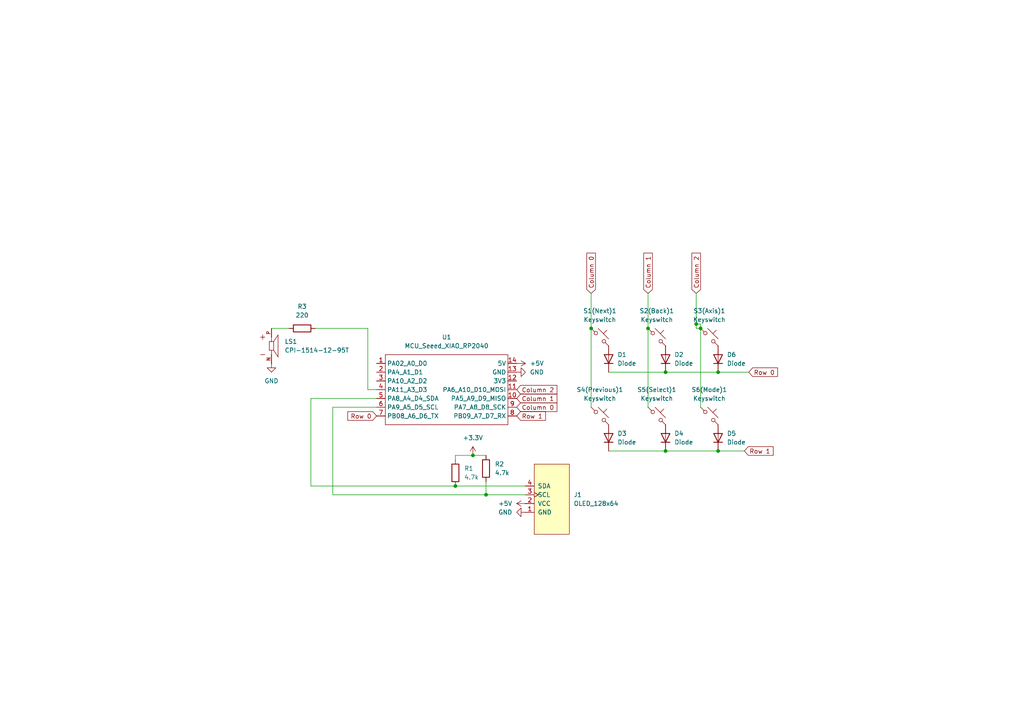
<source format=kicad_sch>
(kicad_sch
	(version 20231120)
	(generator "eeschema")
	(generator_version "8.0")
	(uuid "830cb3d9-c537-4d36-8e11-ad61ee195e78")
	(paper "A4")
	(lib_symbols
		(symbol "CPI-1514-12-95T:CPI-1514-12-95T"
			(pin_names
				(offset 1.016)
			)
			(exclude_from_sim no)
			(in_bom yes)
			(on_board yes)
			(property "Reference" "LS"
				(at -3.8237 8.922 0)
				(effects
					(font
						(size 1.27 1.27)
					)
					(justify left bottom)
				)
			)
			(property "Value" "CPI-1514-12-95T"
				(at -3.8225 -11.4677 0)
				(effects
					(font
						(size 1.27 1.27)
					)
					(justify left bottom)
				)
			)
			(property "Footprint" "CPI-1514-12-95T:XDCR_CPI-1514-12-95T"
				(at 0 0 0)
				(effects
					(font
						(size 1.27 1.27)
					)
					(justify bottom)
					(hide yes)
				)
			)
			(property "Datasheet" ""
				(at 0 0 0)
				(effects
					(font
						(size 1.27 1.27)
					)
					(hide yes)
				)
			)
			(property "Description" ""
				(at 0 0 0)
				(effects
					(font
						(size 1.27 1.27)
					)
					(hide yes)
				)
			)
			(property "MF" "Same Sky"
				(at 0 0 0)
				(effects
					(font
						(size 1.27 1.27)
					)
					(justify bottom)
					(hide yes)
				)
			)
			(property "MAXIMUM_PACKAGE_HEIGHT" "14.3mm"
				(at 0 0 0)
				(effects
					(font
						(size 1.27 1.27)
					)
					(justify bottom)
					(hide yes)
				)
			)
			(property "Package" "None"
				(at 0 0 0)
				(effects
					(font
						(size 1.27 1.27)
					)
					(justify bottom)
					(hide yes)
				)
			)
			(property "Price" "None"
				(at 0 0 0)
				(effects
					(font
						(size 1.27 1.27)
					)
					(justify bottom)
					(hide yes)
				)
			)
			(property "Check_prices" "https://www.snapeda.com/parts/CPI-1514-12-95T/Same+Sky/view-part/?ref=eda"
				(at 0 0 0)
				(effects
					(font
						(size 1.27 1.27)
					)
					(justify bottom)
					(hide yes)
				)
			)
			(property "STANDARD" "Manufacturer Recommendations"
				(at 0 0 0)
				(effects
					(font
						(size 1.27 1.27)
					)
					(justify bottom)
					(hide yes)
				)
			)
			(property "PARTREV" "1.0"
				(at 0 0 0)
				(effects
					(font
						(size 1.27 1.27)
					)
					(justify bottom)
					(hide yes)
				)
			)
			(property "SnapEDA_Link" "https://www.snapeda.com/parts/CPI-1514-12-95T/Same+Sky/view-part/?ref=snap"
				(at 0 0 0)
				(effects
					(font
						(size 1.27 1.27)
					)
					(justify bottom)
					(hide yes)
				)
			)
			(property "MP" "CPI-1514-12-95T"
				(at 0 0 0)
				(effects
					(font
						(size 1.27 1.27)
					)
					(justify bottom)
					(hide yes)
				)
			)
			(property "Description_1" "\n                        \n                            15.4 mm, 12 Vdc, 95 dB, Through Hole, Piezo Audio Indicator Buzzer\n                        \n"
				(at 0 0 0)
				(effects
					(font
						(size 1.27 1.27)
					)
					(justify bottom)
					(hide yes)
				)
			)
			(property "Availability" "In Stock"
				(at 0 0 0)
				(effects
					(font
						(size 1.27 1.27)
					)
					(justify bottom)
					(hide yes)
				)
			)
			(property "MANUFACTURER" "CUI Devices"
				(at 0 0 0)
				(effects
					(font
						(size 1.27 1.27)
					)
					(justify bottom)
					(hide yes)
				)
			)
			(symbol "CPI-1514-12-95T_0_0"
				(polyline
					(pts
						(xy -3.175 -2.54) (xy -1.905 -2.54)
					)
					(stroke
						(width 0.1524)
						(type default)
					)
					(fill
						(type none)
					)
				)
				(polyline
					(pts
						(xy -3.175 2.54) (xy -1.905 2.54)
					)
					(stroke
						(width 0.1524)
						(type default)
					)
					(fill
						(type none)
					)
				)
				(polyline
					(pts
						(xy -2.54 3.175) (xy -2.54 1.905)
					)
					(stroke
						(width 0.1524)
						(type default)
					)
					(fill
						(type none)
					)
				)
				(polyline
					(pts
						(xy -0.635 -1.27) (xy -0.635 1.27)
					)
					(stroke
						(width 0.1524)
						(type default)
					)
					(fill
						(type none)
					)
				)
				(polyline
					(pts
						(xy -0.635 1.27) (xy 0 1.27)
					)
					(stroke
						(width 0.1524)
						(type default)
					)
					(fill
						(type none)
					)
				)
				(polyline
					(pts
						(xy 0 -1.27) (xy -0.635 -1.27)
					)
					(stroke
						(width 0.1524)
						(type default)
					)
					(fill
						(type none)
					)
				)
				(polyline
					(pts
						(xy 0 -1.27) (xy 0 -2.54)
					)
					(stroke
						(width 0.1524)
						(type default)
					)
					(fill
						(type none)
					)
				)
				(polyline
					(pts
						(xy 0 1.27) (xy 0 2.54)
					)
					(stroke
						(width 0.1524)
						(type default)
					)
					(fill
						(type none)
					)
				)
				(polyline
					(pts
						(xy 0 1.27) (xy 0.635 1.27)
					)
					(stroke
						(width 0.1524)
						(type default)
					)
					(fill
						(type none)
					)
				)
				(polyline
					(pts
						(xy 0.635 -1.27) (xy 0 -1.27)
					)
					(stroke
						(width 0.1524)
						(type default)
					)
					(fill
						(type none)
					)
				)
				(polyline
					(pts
						(xy 0.635 1.27) (xy 0.635 -1.27)
					)
					(stroke
						(width 0.1524)
						(type default)
					)
					(fill
						(type none)
					)
				)
				(polyline
					(pts
						(xy 0.635 1.27) (xy 1.905 3.175)
					)
					(stroke
						(width 0.1524)
						(type default)
					)
					(fill
						(type none)
					)
				)
				(polyline
					(pts
						(xy 1.905 -3.175) (xy 0.635 -1.27)
					)
					(stroke
						(width 0.1524)
						(type default)
					)
					(fill
						(type none)
					)
				)
				(polyline
					(pts
						(xy 1.905 3.175) (xy 1.905 -3.175)
					)
					(stroke
						(width 0.1524)
						(type default)
					)
					(fill
						(type none)
					)
				)
				(pin passive line
					(at 0 -5.08 90)
					(length 2.54)
					(name "~"
						(effects
							(font
								(size 1.016 1.016)
							)
						)
					)
					(number "N"
						(effects
							(font
								(size 1.016 1.016)
							)
						)
					)
				)
				(pin passive line
					(at 0 5.08 270)
					(length 2.54)
					(name "~"
						(effects
							(font
								(size 1.016 1.016)
							)
						)
					)
					(number "P"
						(effects
							(font
								(size 1.016 1.016)
							)
						)
					)
				)
			)
		)
		(symbol "Device:R"
			(pin_numbers hide)
			(pin_names
				(offset 0)
			)
			(exclude_from_sim no)
			(in_bom yes)
			(on_board yes)
			(property "Reference" "R"
				(at 2.032 0 90)
				(effects
					(font
						(size 1.27 1.27)
					)
				)
			)
			(property "Value" "R"
				(at 0 0 90)
				(effects
					(font
						(size 1.27 1.27)
					)
				)
			)
			(property "Footprint" ""
				(at -1.778 0 90)
				(effects
					(font
						(size 1.27 1.27)
					)
					(hide yes)
				)
			)
			(property "Datasheet" "~"
				(at 0 0 0)
				(effects
					(font
						(size 1.27 1.27)
					)
					(hide yes)
				)
			)
			(property "Description" "Resistor"
				(at 0 0 0)
				(effects
					(font
						(size 1.27 1.27)
					)
					(hide yes)
				)
			)
			(property "ki_keywords" "R res resistor"
				(at 0 0 0)
				(effects
					(font
						(size 1.27 1.27)
					)
					(hide yes)
				)
			)
			(property "ki_fp_filters" "R_*"
				(at 0 0 0)
				(effects
					(font
						(size 1.27 1.27)
					)
					(hide yes)
				)
			)
			(symbol "R_0_1"
				(rectangle
					(start -1.016 -2.54)
					(end 1.016 2.54)
					(stroke
						(width 0.254)
						(type default)
					)
					(fill
						(type none)
					)
				)
			)
			(symbol "R_1_1"
				(pin passive line
					(at 0 3.81 270)
					(length 1.27)
					(name "~"
						(effects
							(font
								(size 1.27 1.27)
							)
						)
					)
					(number "1"
						(effects
							(font
								(size 1.27 1.27)
							)
						)
					)
				)
				(pin passive line
					(at 0 -3.81 90)
					(length 1.27)
					(name "~"
						(effects
							(font
								(size 1.27 1.27)
							)
						)
					)
					(number "2"
						(effects
							(font
								(size 1.27 1.27)
							)
						)
					)
				)
			)
		)
		(symbol "ScottoKeebs:MCU_Seeed_XIAO_RP2040"
			(exclude_from_sim no)
			(in_bom yes)
			(on_board yes)
			(property "Reference" "U"
				(at -16.51 11.43 0)
				(effects
					(font
						(size 1.27 1.27)
					)
				)
			)
			(property "Value" "MCU_Seeed_XIAO_RP2040"
				(at -3.81 -11.43 0)
				(effects
					(font
						(size 1.27 1.27)
					)
				)
			)
			(property "Footprint" ""
				(at -16.51 2.54 0)
				(effects
					(font
						(size 1.27 1.27)
					)
					(hide yes)
				)
			)
			(property "Datasheet" ""
				(at -16.51 2.54 0)
				(effects
					(font
						(size 1.27 1.27)
					)
					(hide yes)
				)
			)
			(property "Description" ""
				(at 0 0 0)
				(effects
					(font
						(size 1.27 1.27)
					)
					(hide yes)
				)
			)
			(symbol "MCU_Seeed_XIAO_RP2040_0_1"
				(rectangle
					(start -16.51 10.16)
					(end 19.05 -10.16)
					(stroke
						(width 0)
						(type default)
					)
					(fill
						(type none)
					)
				)
			)
			(symbol "MCU_Seeed_XIAO_RP2040_1_1"
				(pin passive line
					(at -19.05 7.62 0)
					(length 2.54)
					(name "PA02_A0_D0"
						(effects
							(font
								(size 1.27 1.27)
							)
						)
					)
					(number "1"
						(effects
							(font
								(size 1.27 1.27)
							)
						)
					)
				)
				(pin passive line
					(at 21.59 -2.54 180)
					(length 2.54)
					(name "PA5_A9_D9_MISO"
						(effects
							(font
								(size 1.27 1.27)
							)
						)
					)
					(number "10"
						(effects
							(font
								(size 1.27 1.27)
							)
						)
					)
				)
				(pin passive line
					(at 21.59 0 180)
					(length 2.54)
					(name "PA6_A10_D10_MOSI"
						(effects
							(font
								(size 1.27 1.27)
							)
						)
					)
					(number "11"
						(effects
							(font
								(size 1.27 1.27)
							)
						)
					)
				)
				(pin passive line
					(at 21.59 2.54 180)
					(length 2.54)
					(name "3V3"
						(effects
							(font
								(size 1.27 1.27)
							)
						)
					)
					(number "12"
						(effects
							(font
								(size 1.27 1.27)
							)
						)
					)
				)
				(pin passive line
					(at 21.59 5.08 180)
					(length 2.54)
					(name "GND"
						(effects
							(font
								(size 1.27 1.27)
							)
						)
					)
					(number "13"
						(effects
							(font
								(size 1.27 1.27)
							)
						)
					)
				)
				(pin passive line
					(at 21.59 7.62 180)
					(length 2.54)
					(name "5V"
						(effects
							(font
								(size 1.27 1.27)
							)
						)
					)
					(number "14"
						(effects
							(font
								(size 1.27 1.27)
							)
						)
					)
				)
				(pin passive line
					(at -19.05 5.08 0)
					(length 2.54)
					(name "PA4_A1_D1"
						(effects
							(font
								(size 1.27 1.27)
							)
						)
					)
					(number "2"
						(effects
							(font
								(size 1.27 1.27)
							)
						)
					)
				)
				(pin passive line
					(at -19.05 2.54 0)
					(length 2.54)
					(name "PA10_A2_D2"
						(effects
							(font
								(size 1.27 1.27)
							)
						)
					)
					(number "3"
						(effects
							(font
								(size 1.27 1.27)
							)
						)
					)
				)
				(pin passive line
					(at -19.05 0 0)
					(length 2.54)
					(name "PA11_A3_D3"
						(effects
							(font
								(size 1.27 1.27)
							)
						)
					)
					(number "4"
						(effects
							(font
								(size 1.27 1.27)
							)
						)
					)
				)
				(pin passive line
					(at -19.05 -2.54 0)
					(length 2.54)
					(name "PA8_A4_D4_SDA"
						(effects
							(font
								(size 1.27 1.27)
							)
						)
					)
					(number "5"
						(effects
							(font
								(size 1.27 1.27)
							)
						)
					)
				)
				(pin passive line
					(at -19.05 -5.08 0)
					(length 2.54)
					(name "PA9_A5_D5_SCL"
						(effects
							(font
								(size 1.27 1.27)
							)
						)
					)
					(number "6"
						(effects
							(font
								(size 1.27 1.27)
							)
						)
					)
				)
				(pin passive line
					(at -19.05 -7.62 0)
					(length 2.54)
					(name "PB08_A6_D6_TX"
						(effects
							(font
								(size 1.27 1.27)
							)
						)
					)
					(number "7"
						(effects
							(font
								(size 1.27 1.27)
							)
						)
					)
				)
				(pin passive line
					(at 21.59 -7.62 180)
					(length 2.54)
					(name "PB09_A7_D7_RX"
						(effects
							(font
								(size 1.27 1.27)
							)
						)
					)
					(number "8"
						(effects
							(font
								(size 1.27 1.27)
							)
						)
					)
				)
				(pin passive line
					(at 21.59 -5.08 180)
					(length 2.54)
					(name "PA7_A8_D8_SCK"
						(effects
							(font
								(size 1.27 1.27)
							)
						)
					)
					(number "9"
						(effects
							(font
								(size 1.27 1.27)
							)
						)
					)
				)
			)
		)
		(symbol "ScottoKeebs:OLED_128x64"
			(pin_names
				(offset 1.016)
			)
			(exclude_from_sim no)
			(in_bom yes)
			(on_board yes)
			(property "Reference" "J"
				(at 0 -11.43 0)
				(effects
					(font
						(size 1.27 1.27)
					)
				)
			)
			(property "Value" "OLED_128x64"
				(at 0 -7.62 0)
				(effects
					(font
						(size 1.27 1.27)
					)
				)
			)
			(property "Footprint" "ScottoKeebs_Components:OLED_128x64"
				(at 0 -13.97 0)
				(effects
					(font
						(size 1.27 1.27)
					)
					(hide yes)
				)
			)
			(property "Datasheet" ""
				(at 1.27 0 90)
				(effects
					(font
						(size 1.27 1.27)
					)
					(hide yes)
				)
			)
			(property "Description" ""
				(at 0 0 0)
				(effects
					(font
						(size 1.27 1.27)
					)
					(hide yes)
				)
			)
			(symbol "OLED_128x64_0_1"
				(rectangle
					(start 10.16 -10.16)
					(end -10.16 0)
					(stroke
						(width 0)
						(type default)
					)
					(fill
						(type background)
					)
				)
			)
			(symbol "OLED_128x64_1_1"
				(pin power_in line
					(at -3.81 2.54 270)
					(length 2.54)
					(name "GND"
						(effects
							(font
								(size 1.27 1.27)
							)
						)
					)
					(number "1"
						(effects
							(font
								(size 1.27 1.27)
							)
						)
					)
				)
				(pin power_in line
					(at -1.27 2.54 270)
					(length 2.54)
					(name "VCC"
						(effects
							(font
								(size 1.27 1.27)
							)
						)
					)
					(number "2"
						(effects
							(font
								(size 1.27 1.27)
							)
						)
					)
				)
				(pin input clock
					(at 1.27 2.54 270)
					(length 2.54)
					(name "SCL"
						(effects
							(font
								(size 1.27 1.27)
							)
						)
					)
					(number "3"
						(effects
							(font
								(size 1.27 1.27)
							)
						)
					)
				)
				(pin bidirectional line
					(at 3.81 2.54 270)
					(length 2.54)
					(name "SDA"
						(effects
							(font
								(size 1.27 1.27)
							)
						)
					)
					(number "4"
						(effects
							(font
								(size 1.27 1.27)
							)
						)
					)
				)
			)
		)
		(symbol "ScottoKeebs:Placeholder_Diode"
			(pin_numbers hide)
			(pin_names hide)
			(exclude_from_sim no)
			(in_bom yes)
			(on_board yes)
			(property "Reference" "D"
				(at 0 2.54 0)
				(effects
					(font
						(size 1.27 1.27)
					)
				)
			)
			(property "Value" "Diode"
				(at 0 -2.54 0)
				(effects
					(font
						(size 1.27 1.27)
					)
				)
			)
			(property "Footprint" ""
				(at 0 0 0)
				(effects
					(font
						(size 1.27 1.27)
					)
					(hide yes)
				)
			)
			(property "Datasheet" ""
				(at 0 0 0)
				(effects
					(font
						(size 1.27 1.27)
					)
					(hide yes)
				)
			)
			(property "Description" "1N4148 (DO-35) or 1N4148W (SOD-123)"
				(at 0 0 0)
				(effects
					(font
						(size 1.27 1.27)
					)
					(hide yes)
				)
			)
			(property "Sim.Device" "D"
				(at 0 0 0)
				(effects
					(font
						(size 1.27 1.27)
					)
					(hide yes)
				)
			)
			(property "Sim.Pins" "1=K 2=A"
				(at 0 0 0)
				(effects
					(font
						(size 1.27 1.27)
					)
					(hide yes)
				)
			)
			(property "ki_keywords" "diode"
				(at 0 0 0)
				(effects
					(font
						(size 1.27 1.27)
					)
					(hide yes)
				)
			)
			(property "ki_fp_filters" "D*DO?35*"
				(at 0 0 0)
				(effects
					(font
						(size 1.27 1.27)
					)
					(hide yes)
				)
			)
			(symbol "Placeholder_Diode_0_1"
				(polyline
					(pts
						(xy -1.27 1.27) (xy -1.27 -1.27)
					)
					(stroke
						(width 0.254)
						(type default)
					)
					(fill
						(type none)
					)
				)
				(polyline
					(pts
						(xy 1.27 0) (xy -1.27 0)
					)
					(stroke
						(width 0)
						(type default)
					)
					(fill
						(type none)
					)
				)
				(polyline
					(pts
						(xy 1.27 1.27) (xy 1.27 -1.27) (xy -1.27 0) (xy 1.27 1.27)
					)
					(stroke
						(width 0.254)
						(type default)
					)
					(fill
						(type none)
					)
				)
			)
			(symbol "Placeholder_Diode_1_1"
				(pin passive line
					(at -3.81 0 0)
					(length 2.54)
					(name "K"
						(effects
							(font
								(size 1.27 1.27)
							)
						)
					)
					(number "1"
						(effects
							(font
								(size 1.27 1.27)
							)
						)
					)
				)
				(pin passive line
					(at 3.81 0 180)
					(length 2.54)
					(name "A"
						(effects
							(font
								(size 1.27 1.27)
							)
						)
					)
					(number "2"
						(effects
							(font
								(size 1.27 1.27)
							)
						)
					)
				)
			)
		)
		(symbol "ScottoKeebs:Placeholder_Keyswitch"
			(pin_numbers hide)
			(pin_names
				(offset 1.016) hide)
			(exclude_from_sim no)
			(in_bom yes)
			(on_board yes)
			(property "Reference" "S"
				(at 3.048 1.016 0)
				(effects
					(font
						(size 1.27 1.27)
					)
					(justify left)
				)
			)
			(property "Value" "Keyswitch"
				(at 0 -3.81 0)
				(effects
					(font
						(size 1.27 1.27)
					)
				)
			)
			(property "Footprint" ""
				(at 0 0 0)
				(effects
					(font
						(size 1.27 1.27)
					)
					(hide yes)
				)
			)
			(property "Datasheet" "~"
				(at 0 0 0)
				(effects
					(font
						(size 1.27 1.27)
					)
					(hide yes)
				)
			)
			(property "Description" "Push button switch, normally open, two pins, 45° tilted"
				(at 0 0 0)
				(effects
					(font
						(size 1.27 1.27)
					)
					(hide yes)
				)
			)
			(property "ki_keywords" "switch normally-open pushbutton push-button"
				(at 0 0 0)
				(effects
					(font
						(size 1.27 1.27)
					)
					(hide yes)
				)
			)
			(symbol "Placeholder_Keyswitch_0_1"
				(circle
					(center -1.1684 1.1684)
					(radius 0.508)
					(stroke
						(width 0)
						(type default)
					)
					(fill
						(type none)
					)
				)
				(polyline
					(pts
						(xy -0.508 2.54) (xy 2.54 -0.508)
					)
					(stroke
						(width 0)
						(type default)
					)
					(fill
						(type none)
					)
				)
				(polyline
					(pts
						(xy 1.016 1.016) (xy 2.032 2.032)
					)
					(stroke
						(width 0)
						(type default)
					)
					(fill
						(type none)
					)
				)
				(polyline
					(pts
						(xy -2.54 2.54) (xy -1.524 1.524) (xy -1.524 1.524)
					)
					(stroke
						(width 0)
						(type default)
					)
					(fill
						(type none)
					)
				)
				(polyline
					(pts
						(xy 1.524 -1.524) (xy 2.54 -2.54) (xy 2.54 -2.54) (xy 2.54 -2.54)
					)
					(stroke
						(width 0)
						(type default)
					)
					(fill
						(type none)
					)
				)
				(circle
					(center 1.143 -1.1938)
					(radius 0.508)
					(stroke
						(width 0)
						(type default)
					)
					(fill
						(type none)
					)
				)
				(pin passive line
					(at -2.54 2.54 0)
					(length 0)
					(name "1"
						(effects
							(font
								(size 1.27 1.27)
							)
						)
					)
					(number "1"
						(effects
							(font
								(size 1.27 1.27)
							)
						)
					)
				)
				(pin passive line
					(at 2.54 -2.54 180)
					(length 0)
					(name "2"
						(effects
							(font
								(size 1.27 1.27)
							)
						)
					)
					(number "2"
						(effects
							(font
								(size 1.27 1.27)
							)
						)
					)
				)
			)
		)
		(symbol "power:+3.3V"
			(power)
			(pin_numbers hide)
			(pin_names
				(offset 0) hide)
			(exclude_from_sim no)
			(in_bom yes)
			(on_board yes)
			(property "Reference" "#PWR"
				(at 0 -3.81 0)
				(effects
					(font
						(size 1.27 1.27)
					)
					(hide yes)
				)
			)
			(property "Value" "+3.3V"
				(at 0 3.556 0)
				(effects
					(font
						(size 1.27 1.27)
					)
				)
			)
			(property "Footprint" ""
				(at 0 0 0)
				(effects
					(font
						(size 1.27 1.27)
					)
					(hide yes)
				)
			)
			(property "Datasheet" ""
				(at 0 0 0)
				(effects
					(font
						(size 1.27 1.27)
					)
					(hide yes)
				)
			)
			(property "Description" "Power symbol creates a global label with name \"+3.3V\""
				(at 0 0 0)
				(effects
					(font
						(size 1.27 1.27)
					)
					(hide yes)
				)
			)
			(property "ki_keywords" "global power"
				(at 0 0 0)
				(effects
					(font
						(size 1.27 1.27)
					)
					(hide yes)
				)
			)
			(symbol "+3.3V_0_1"
				(polyline
					(pts
						(xy -0.762 1.27) (xy 0 2.54)
					)
					(stroke
						(width 0)
						(type default)
					)
					(fill
						(type none)
					)
				)
				(polyline
					(pts
						(xy 0 0) (xy 0 2.54)
					)
					(stroke
						(width 0)
						(type default)
					)
					(fill
						(type none)
					)
				)
				(polyline
					(pts
						(xy 0 2.54) (xy 0.762 1.27)
					)
					(stroke
						(width 0)
						(type default)
					)
					(fill
						(type none)
					)
				)
			)
			(symbol "+3.3V_1_1"
				(pin power_in line
					(at 0 0 90)
					(length 0)
					(name "~"
						(effects
							(font
								(size 1.27 1.27)
							)
						)
					)
					(number "1"
						(effects
							(font
								(size 1.27 1.27)
							)
						)
					)
				)
			)
		)
		(symbol "power:+5V"
			(power)
			(pin_numbers hide)
			(pin_names
				(offset 0) hide)
			(exclude_from_sim no)
			(in_bom yes)
			(on_board yes)
			(property "Reference" "#PWR"
				(at 0 -3.81 0)
				(effects
					(font
						(size 1.27 1.27)
					)
					(hide yes)
				)
			)
			(property "Value" "+5V"
				(at 0 3.556 0)
				(effects
					(font
						(size 1.27 1.27)
					)
				)
			)
			(property "Footprint" ""
				(at 0 0 0)
				(effects
					(font
						(size 1.27 1.27)
					)
					(hide yes)
				)
			)
			(property "Datasheet" ""
				(at 0 0 0)
				(effects
					(font
						(size 1.27 1.27)
					)
					(hide yes)
				)
			)
			(property "Description" "Power symbol creates a global label with name \"+5V\""
				(at 0 0 0)
				(effects
					(font
						(size 1.27 1.27)
					)
					(hide yes)
				)
			)
			(property "ki_keywords" "global power"
				(at 0 0 0)
				(effects
					(font
						(size 1.27 1.27)
					)
					(hide yes)
				)
			)
			(symbol "+5V_0_1"
				(polyline
					(pts
						(xy -0.762 1.27) (xy 0 2.54)
					)
					(stroke
						(width 0)
						(type default)
					)
					(fill
						(type none)
					)
				)
				(polyline
					(pts
						(xy 0 0) (xy 0 2.54)
					)
					(stroke
						(width 0)
						(type default)
					)
					(fill
						(type none)
					)
				)
				(polyline
					(pts
						(xy 0 2.54) (xy 0.762 1.27)
					)
					(stroke
						(width 0)
						(type default)
					)
					(fill
						(type none)
					)
				)
			)
			(symbol "+5V_1_1"
				(pin power_in line
					(at 0 0 90)
					(length 0)
					(name "~"
						(effects
							(font
								(size 1.27 1.27)
							)
						)
					)
					(number "1"
						(effects
							(font
								(size 1.27 1.27)
							)
						)
					)
				)
			)
		)
		(symbol "power:GND"
			(power)
			(pin_numbers hide)
			(pin_names
				(offset 0) hide)
			(exclude_from_sim no)
			(in_bom yes)
			(on_board yes)
			(property "Reference" "#PWR"
				(at 0 -6.35 0)
				(effects
					(font
						(size 1.27 1.27)
					)
					(hide yes)
				)
			)
			(property "Value" "GND"
				(at 0 -3.81 0)
				(effects
					(font
						(size 1.27 1.27)
					)
				)
			)
			(property "Footprint" ""
				(at 0 0 0)
				(effects
					(font
						(size 1.27 1.27)
					)
					(hide yes)
				)
			)
			(property "Datasheet" ""
				(at 0 0 0)
				(effects
					(font
						(size 1.27 1.27)
					)
					(hide yes)
				)
			)
			(property "Description" "Power symbol creates a global label with name \"GND\" , ground"
				(at 0 0 0)
				(effects
					(font
						(size 1.27 1.27)
					)
					(hide yes)
				)
			)
			(property "ki_keywords" "global power"
				(at 0 0 0)
				(effects
					(font
						(size 1.27 1.27)
					)
					(hide yes)
				)
			)
			(symbol "GND_0_1"
				(polyline
					(pts
						(xy 0 0) (xy 0 -1.27) (xy 1.27 -1.27) (xy 0 -2.54) (xy -1.27 -1.27) (xy 0 -1.27)
					)
					(stroke
						(width 0)
						(type default)
					)
					(fill
						(type none)
					)
				)
			)
			(symbol "GND_1_1"
				(pin power_in line
					(at 0 0 270)
					(length 0)
					(name "~"
						(effects
							(font
								(size 1.27 1.27)
							)
						)
					)
					(number "1"
						(effects
							(font
								(size 1.27 1.27)
							)
						)
					)
				)
			)
		)
	)
	(junction
		(at 208.28 107.95)
		(diameter 0)
		(color 0 0 0 0)
		(uuid "0513c7d2-afc1-4c7d-9a8e-ec16dd080873")
	)
	(junction
		(at 193.04 130.81)
		(diameter 0)
		(color 0 0 0 0)
		(uuid "09312112-1ad6-4f24-ae4a-6fe9ff826dea")
	)
	(junction
		(at 171.45 95.25)
		(diameter 0)
		(color 0 0 0 0)
		(uuid "3c0aeb88-b880-41d7-876c-655dbfe77c67")
	)
	(junction
		(at 132.08 140.97)
		(diameter 0)
		(color 0 0 0 0)
		(uuid "3d888465-d7f3-4892-a476-7b795b2d04f6")
	)
	(junction
		(at 140.97 143.51)
		(diameter 0)
		(color 0 0 0 0)
		(uuid "4088ac64-62fb-4c0b-b76b-3b3e79d68575")
	)
	(junction
		(at 193.04 107.95)
		(diameter 0)
		(color 0 0 0 0)
		(uuid "45ffcd6f-e0ce-4af9-afe1-deb171842720")
	)
	(junction
		(at 203.2 95.25)
		(diameter 0)
		(color 0 0 0 0)
		(uuid "47a8385f-014e-4dbc-8d4f-c1b5732caf16")
	)
	(junction
		(at 137.16 132.08)
		(diameter 0)
		(color 0 0 0 0)
		(uuid "c2d8958b-4d4a-451e-bcd7-2e6eca744cd4")
	)
	(junction
		(at 201.93 93.98)
		(diameter 0)
		(color 0 0 0 0)
		(uuid "cec558ae-597e-4406-a3bc-52aad0bdc123")
	)
	(junction
		(at 208.28 130.81)
		(diameter 0)
		(color 0 0 0 0)
		(uuid "d7418b56-b533-45b3-a742-a3597e7d7105")
	)
	(junction
		(at 187.96 95.25)
		(diameter 0)
		(color 0 0 0 0)
		(uuid "e7626178-4db4-48b1-b8d6-a9f8f4f65639")
	)
	(wire
		(pts
			(xy 171.45 85.09) (xy 171.45 95.25)
		)
		(stroke
			(width 0)
			(type default)
		)
		(uuid "03ae1c6d-6ccf-4d60-a227-16358dedda8e")
	)
	(wire
		(pts
			(xy 132.08 133.35) (xy 132.08 132.08)
		)
		(stroke
			(width 0)
			(type default)
		)
		(uuid "0e984c53-5431-40e6-aeca-8057adefa4e9")
	)
	(wire
		(pts
			(xy 132.08 132.08) (xy 137.16 132.08)
		)
		(stroke
			(width 0)
			(type default)
		)
		(uuid "12bd2dde-7023-4946-a9e9-a591bfaacd07")
	)
	(wire
		(pts
			(xy 215.9 130.81) (xy 208.28 130.81)
		)
		(stroke
			(width 0)
			(type default)
		)
		(uuid "1ea8b1d6-49b4-420c-a96f-794b72b92a1a")
	)
	(wire
		(pts
			(xy 96.52 143.51) (xy 140.97 143.51)
		)
		(stroke
			(width 0)
			(type default)
		)
		(uuid "3017c7b2-33ed-44a4-ad68-055861d1577c")
	)
	(wire
		(pts
			(xy 203.2 95.25) (xy 203.2 118.11)
		)
		(stroke
			(width 0)
			(type default)
		)
		(uuid "3854edf3-c925-4315-8667-1831baa95dcc")
	)
	(wire
		(pts
			(xy 201.93 85.09) (xy 201.93 93.98)
		)
		(stroke
			(width 0)
			(type default)
		)
		(uuid "41eb3b77-e467-4599-a653-dcdcbff3d10b")
	)
	(wire
		(pts
			(xy 96.52 118.11) (xy 109.22 118.11)
		)
		(stroke
			(width 0)
			(type default)
		)
		(uuid "4b0fad7b-c0d4-48fd-b17f-993cfaf41488")
	)
	(wire
		(pts
			(xy 201.93 93.98) (xy 201.93 95.25)
		)
		(stroke
			(width 0)
			(type default)
		)
		(uuid "51751d8e-ef73-46fa-b9b0-c358da95c16c")
	)
	(wire
		(pts
			(xy 193.04 130.81) (xy 208.28 130.81)
		)
		(stroke
			(width 0)
			(type default)
		)
		(uuid "5d5fb0a8-296c-4156-9923-16a5951ddba5")
	)
	(wire
		(pts
			(xy 137.16 132.08) (xy 140.97 132.08)
		)
		(stroke
			(width 0)
			(type default)
		)
		(uuid "6632de30-da3b-4f5e-ad29-9df5bb29fbb5")
	)
	(wire
		(pts
			(xy 176.53 107.95) (xy 193.04 107.95)
		)
		(stroke
			(width 0)
			(type default)
		)
		(uuid "71ed4032-10b4-45ba-8136-867a00086897")
	)
	(wire
		(pts
			(xy 203.2 93.98) (xy 203.2 95.25)
		)
		(stroke
			(width 0)
			(type default)
		)
		(uuid "79987fa7-782a-4d9d-85fe-76381b9be483")
	)
	(wire
		(pts
			(xy 193.04 107.95) (xy 208.28 107.95)
		)
		(stroke
			(width 0)
			(type default)
		)
		(uuid "7dbde042-11b1-4353-8cd1-0d14f83a936a")
	)
	(wire
		(pts
			(xy 90.17 115.57) (xy 109.22 115.57)
		)
		(stroke
			(width 0)
			(type default)
		)
		(uuid "850ed8f7-4b86-4adf-a46a-5e3b59e540af")
	)
	(wire
		(pts
			(xy 106.68 95.25) (xy 106.68 113.03)
		)
		(stroke
			(width 0)
			(type default)
		)
		(uuid "98069967-4621-45d5-aa27-b802d883bc14")
	)
	(wire
		(pts
			(xy 201.93 95.25) (xy 203.2 95.25)
		)
		(stroke
			(width 0)
			(type default)
		)
		(uuid "9d1d4feb-b84c-4821-bec1-1a50492c4477")
	)
	(wire
		(pts
			(xy 152.4 140.97) (xy 132.08 140.97)
		)
		(stroke
			(width 0)
			(type default)
		)
		(uuid "9e852e17-d146-4578-8fa6-9dac826fba1f")
	)
	(wire
		(pts
			(xy 171.45 95.25) (xy 171.45 118.11)
		)
		(stroke
			(width 0)
			(type default)
		)
		(uuid "a0199510-53f5-4641-a79a-6849dcba2a34")
	)
	(wire
		(pts
			(xy 90.17 115.57) (xy 90.17 140.97)
		)
		(stroke
			(width 0)
			(type default)
		)
		(uuid "a0a9b226-b867-456d-854b-86ce150276af")
	)
	(wire
		(pts
			(xy 176.53 130.81) (xy 193.04 130.81)
		)
		(stroke
			(width 0)
			(type default)
		)
		(uuid "a4cddf90-76a2-4416-9f5c-31ec28c52839")
	)
	(wire
		(pts
			(xy 96.52 143.51) (xy 96.52 118.11)
		)
		(stroke
			(width 0)
			(type default)
		)
		(uuid "af646d96-353f-4327-8350-7230792cf609")
	)
	(wire
		(pts
			(xy 132.08 140.97) (xy 90.17 140.97)
		)
		(stroke
			(width 0)
			(type default)
		)
		(uuid "b1fecb4c-0cd0-4098-b5d9-4727e52408d1")
	)
	(wire
		(pts
			(xy 106.68 113.03) (xy 109.22 113.03)
		)
		(stroke
			(width 0)
			(type default)
		)
		(uuid "be449cef-2dba-4d2a-bd73-0a00149851d2")
	)
	(wire
		(pts
			(xy 91.44 95.25) (xy 106.68 95.25)
		)
		(stroke
			(width 0)
			(type default)
		)
		(uuid "bf5a0da3-4baf-4862-8bbf-57e6d942973e")
	)
	(wire
		(pts
			(xy 187.96 95.25) (xy 187.96 118.11)
		)
		(stroke
			(width 0)
			(type default)
		)
		(uuid "c44d81d3-a840-4630-aa47-47e587fdf946")
	)
	(wire
		(pts
			(xy 217.17 107.95) (xy 208.28 107.95)
		)
		(stroke
			(width 0)
			(type default)
		)
		(uuid "c988de91-a411-464b-adae-3ae5417541d1")
	)
	(wire
		(pts
			(xy 140.97 143.51) (xy 152.4 143.51)
		)
		(stroke
			(width 0)
			(type default)
		)
		(uuid "ca7d0450-b3bc-4dc0-b30d-43ad42e6d32c")
	)
	(wire
		(pts
			(xy 187.96 85.09) (xy 187.96 95.25)
		)
		(stroke
			(width 0)
			(type default)
		)
		(uuid "d72d0f97-21da-402e-ae3f-67a1b69b0380")
	)
	(wire
		(pts
			(xy 201.93 93.98) (xy 203.2 93.98)
		)
		(stroke
			(width 0)
			(type default)
		)
		(uuid "d990fe84-281d-4eae-b89d-ba329cf395f9")
	)
	(wire
		(pts
			(xy 78.74 95.25) (xy 83.82 95.25)
		)
		(stroke
			(width 0)
			(type default)
		)
		(uuid "e9ef630c-87a6-4709-9a64-fedf36033d5a")
	)
	(wire
		(pts
			(xy 140.97 139.7) (xy 140.97 143.51)
		)
		(stroke
			(width 0)
			(type default)
		)
		(uuid "fda46be9-d027-4805-ae94-cc011bf3ffda")
	)
	(global_label "Column 2"
		(shape input)
		(at 201.93 85.09 90)
		(fields_autoplaced yes)
		(effects
			(font
				(size 1.27 1.27)
			)
			(justify left)
		)
		(uuid "183805db-dd6b-4718-80fe-378d406c1220")
		(property "Intersheetrefs" "${INTERSHEET_REFS}"
			(at 201.93 72.8522 90)
			(effects
				(font
					(size 1.27 1.27)
				)
				(justify left)
				(hide yes)
			)
		)
	)
	(global_label "Row 1"
		(shape input)
		(at 215.9 130.81 0)
		(fields_autoplaced yes)
		(effects
			(font
				(size 1.27 1.27)
			)
			(justify left)
		)
		(uuid "2552634e-7508-406a-a98d-095d38f73b29")
		(property "Intersheetrefs" "${INTERSHEET_REFS}"
			(at 224.8118 130.81 0)
			(effects
				(font
					(size 1.27 1.27)
				)
				(justify left)
				(hide yes)
			)
		)
	)
	(global_label "Row 0"
		(shape input)
		(at 217.17 107.95 0)
		(fields_autoplaced yes)
		(effects
			(font
				(size 1.27 1.27)
			)
			(justify left)
		)
		(uuid "664f570a-e97d-4481-a3ad-21da22020836")
		(property "Intersheetrefs" "${INTERSHEET_REFS}"
			(at 226.0818 107.95 0)
			(effects
				(font
					(size 1.27 1.27)
				)
				(justify left)
				(hide yes)
			)
		)
	)
	(global_label "Row 1"
		(shape input)
		(at 149.86 120.65 0)
		(fields_autoplaced yes)
		(effects
			(font
				(size 1.27 1.27)
			)
			(justify left)
		)
		(uuid "8cdc9aac-c0ed-476e-a828-a0f29d72b1ba")
		(property "Intersheetrefs" "${INTERSHEET_REFS}"
			(at 158.7718 120.65 0)
			(effects
				(font
					(size 1.27 1.27)
				)
				(justify left)
				(hide yes)
			)
		)
	)
	(global_label "Column 2"
		(shape input)
		(at 149.86 113.03 0)
		(fields_autoplaced yes)
		(effects
			(font
				(size 1.27 1.27)
			)
			(justify left)
		)
		(uuid "9940881c-273b-4ec7-ba8b-3154848df14f")
		(property "Intersheetrefs" "${INTERSHEET_REFS}"
			(at 162.0978 113.03 0)
			(effects
				(font
					(size 1.27 1.27)
				)
				(justify left)
				(hide yes)
			)
		)
	)
	(global_label "Column 1"
		(shape input)
		(at 149.86 115.57 0)
		(fields_autoplaced yes)
		(effects
			(font
				(size 1.27 1.27)
			)
			(justify left)
		)
		(uuid "9f551248-2431-4755-ba92-6ea58032856c")
		(property "Intersheetrefs" "${INTERSHEET_REFS}"
			(at 162.0978 115.57 0)
			(effects
				(font
					(size 1.27 1.27)
				)
				(justify left)
				(hide yes)
			)
		)
	)
	(global_label "Row 0"
		(shape input)
		(at 109.22 120.65 180)
		(fields_autoplaced yes)
		(effects
			(font
				(size 1.27 1.27)
			)
			(justify right)
		)
		(uuid "b9c49ecb-0457-4b7b-979b-39818703fe4a")
		(property "Intersheetrefs" "${INTERSHEET_REFS}"
			(at 100.3082 120.65 0)
			(effects
				(font
					(size 1.27 1.27)
				)
				(justify right)
				(hide yes)
			)
		)
	)
	(global_label "Column 1"
		(shape input)
		(at 187.96 85.09 90)
		(fields_autoplaced yes)
		(effects
			(font
				(size 1.27 1.27)
			)
			(justify left)
		)
		(uuid "ee61ff80-0646-47a5-898e-a366cc965fb1")
		(property "Intersheetrefs" "${INTERSHEET_REFS}"
			(at 187.96 72.8522 90)
			(effects
				(font
					(size 1.27 1.27)
				)
				(justify left)
				(hide yes)
			)
		)
	)
	(global_label "Column 0"
		(shape input)
		(at 171.45 85.09 90)
		(fields_autoplaced yes)
		(effects
			(font
				(size 1.27 1.27)
			)
			(justify left)
		)
		(uuid "f32a69d9-8540-4a82-b50e-345b33d969a7")
		(property "Intersheetrefs" "${INTERSHEET_REFS}"
			(at 171.45 72.8522 90)
			(effects
				(font
					(size 1.27 1.27)
				)
				(justify left)
				(hide yes)
			)
		)
	)
	(global_label "Column 0"
		(shape input)
		(at 149.86 118.11 0)
		(fields_autoplaced yes)
		(effects
			(font
				(size 1.27 1.27)
			)
			(justify left)
		)
		(uuid "f516bed8-3984-4c61-920a-25dfbae2fac2")
		(property "Intersheetrefs" "${INTERSHEET_REFS}"
			(at 162.0978 118.11 0)
			(effects
				(font
					(size 1.27 1.27)
				)
				(justify left)
				(hide yes)
			)
		)
	)
	(symbol
		(lib_id "ScottoKeebs:Placeholder_Keyswitch")
		(at 190.5 97.79 0)
		(unit 1)
		(exclude_from_sim no)
		(in_bom yes)
		(on_board yes)
		(dnp no)
		(fields_autoplaced yes)
		(uuid "017d9460-c114-41f0-ac79-97cf83c85c33")
		(property "Reference" "S2(Back)1"
			(at 190.5 90.17 0)
			(effects
				(font
					(size 1.27 1.27)
				)
			)
		)
		(property "Value" "Keyswitch"
			(at 190.5 92.71 0)
			(effects
				(font
					(size 1.27 1.27)
				)
			)
		)
		(property "Footprint" "ScottoKeebs_MX:MX_PCB_1.00u"
			(at 190.5 97.79 0)
			(effects
				(font
					(size 1.27 1.27)
				)
				(hide yes)
			)
		)
		(property "Datasheet" "~"
			(at 190.5 97.79 0)
			(effects
				(font
					(size 1.27 1.27)
				)
				(hide yes)
			)
		)
		(property "Description" "Push button switch, normally open, two pins, 45° tilted"
			(at 190.5 97.79 0)
			(effects
				(font
					(size 1.27 1.27)
				)
				(hide yes)
			)
		)
		(pin "1"
			(uuid "6daa96ed-ba14-4bca-871a-5fc46ada01c0")
		)
		(pin "2"
			(uuid "6c66c45b-ced2-4343-967a-86ea286d099a")
		)
		(instances
			(project "MacroVerse"
				(path "/830cb3d9-c537-4d36-8e11-ad61ee195e78"
					(reference "S2(Back)1")
					(unit 1)
				)
			)
		)
	)
	(symbol
		(lib_id "ScottoKeebs:Placeholder_Diode")
		(at 176.53 127 90)
		(unit 1)
		(exclude_from_sim no)
		(in_bom yes)
		(on_board yes)
		(dnp no)
		(fields_autoplaced yes)
		(uuid "132f9aed-3215-4cf7-adae-c181be303cdf")
		(property "Reference" "D3"
			(at 179.07 125.7299 90)
			(effects
				(font
					(size 1.27 1.27)
				)
				(justify right)
			)
		)
		(property "Value" "Diode"
			(at 179.07 128.2699 90)
			(effects
				(font
					(size 1.27 1.27)
				)
				(justify right)
			)
		)
		(property "Footprint" "ScottoKeebs_Components:Diode_DO-35"
			(at 176.53 127 0)
			(effects
				(font
					(size 1.27 1.27)
				)
				(hide yes)
			)
		)
		(property "Datasheet" ""
			(at 176.53 127 0)
			(effects
				(font
					(size 1.27 1.27)
				)
				(hide yes)
			)
		)
		(property "Description" "1N4148 (DO-35) or 1N4148W (SOD-123)"
			(at 176.53 127 0)
			(effects
				(font
					(size 1.27 1.27)
				)
				(hide yes)
			)
		)
		(property "Sim.Device" "D"
			(at 176.53 127 0)
			(effects
				(font
					(size 1.27 1.27)
				)
				(hide yes)
			)
		)
		(property "Sim.Pins" "1=K 2=A"
			(at 176.53 127 0)
			(effects
				(font
					(size 1.27 1.27)
				)
				(hide yes)
			)
		)
		(pin "1"
			(uuid "b5674089-ca30-484c-aac3-31f3e3307d98")
		)
		(pin "2"
			(uuid "37faf727-47af-4c86-8e30-632df590d84d")
		)
		(instances
			(project "MacroVerse"
				(path "/830cb3d9-c537-4d36-8e11-ad61ee195e78"
					(reference "D3")
					(unit 1)
				)
			)
		)
	)
	(symbol
		(lib_id "power:+5V")
		(at 152.4 146.05 90)
		(unit 1)
		(exclude_from_sim no)
		(in_bom yes)
		(on_board yes)
		(dnp no)
		(fields_autoplaced yes)
		(uuid "2cea591e-5167-4958-8f29-bffee5220d52")
		(property "Reference" "#PWR01"
			(at 156.21 146.05 0)
			(effects
				(font
					(size 1.27 1.27)
				)
				(hide yes)
			)
		)
		(property "Value" "+5V"
			(at 148.59 146.0499 90)
			(effects
				(font
					(size 1.27 1.27)
				)
				(justify left)
			)
		)
		(property "Footprint" ""
			(at 152.4 146.05 0)
			(effects
				(font
					(size 1.27 1.27)
				)
				(hide yes)
			)
		)
		(property "Datasheet" ""
			(at 152.4 146.05 0)
			(effects
				(font
					(size 1.27 1.27)
				)
				(hide yes)
			)
		)
		(property "Description" "Power symbol creates a global label with name \"+5V\""
			(at 152.4 146.05 0)
			(effects
				(font
					(size 1.27 1.27)
				)
				(hide yes)
			)
		)
		(pin "1"
			(uuid "d09b1153-d753-488f-8a9c-38c1b1013383")
		)
		(instances
			(project ""
				(path "/830cb3d9-c537-4d36-8e11-ad61ee195e78"
					(reference "#PWR01")
					(unit 1)
				)
			)
		)
	)
	(symbol
		(lib_id "ScottoKeebs:Placeholder_Diode")
		(at 208.28 104.14 90)
		(unit 1)
		(exclude_from_sim no)
		(in_bom yes)
		(on_board yes)
		(dnp no)
		(fields_autoplaced yes)
		(uuid "37cb6cea-9837-4be7-8c32-0d46ed8013dc")
		(property "Reference" "D6"
			(at 210.82 102.8699 90)
			(effects
				(font
					(size 1.27 1.27)
				)
				(justify right)
			)
		)
		(property "Value" "Diode"
			(at 210.82 105.4099 90)
			(effects
				(font
					(size 1.27 1.27)
				)
				(justify right)
			)
		)
		(property "Footprint" "ScottoKeebs_Components:Diode_DO-35"
			(at 208.28 104.14 0)
			(effects
				(font
					(size 1.27 1.27)
				)
				(hide yes)
			)
		)
		(property "Datasheet" ""
			(at 208.28 104.14 0)
			(effects
				(font
					(size 1.27 1.27)
				)
				(hide yes)
			)
		)
		(property "Description" "1N4148 (DO-35) or 1N4148W (SOD-123)"
			(at 208.28 104.14 0)
			(effects
				(font
					(size 1.27 1.27)
				)
				(hide yes)
			)
		)
		(property "Sim.Device" "D"
			(at 208.28 104.14 0)
			(effects
				(font
					(size 1.27 1.27)
				)
				(hide yes)
			)
		)
		(property "Sim.Pins" "1=K 2=A"
			(at 208.28 104.14 0)
			(effects
				(font
					(size 1.27 1.27)
				)
				(hide yes)
			)
		)
		(pin "1"
			(uuid "bc6f78cf-30e5-4885-a5bd-29a206804402")
		)
		(pin "2"
			(uuid "7819aa5a-27a9-4926-b8ae-1226290e1232")
		)
		(instances
			(project "MacroVerse"
				(path "/830cb3d9-c537-4d36-8e11-ad61ee195e78"
					(reference "D6")
					(unit 1)
				)
			)
		)
	)
	(symbol
		(lib_id "power:GND")
		(at 149.86 107.95 90)
		(unit 1)
		(exclude_from_sim no)
		(in_bom yes)
		(on_board yes)
		(dnp no)
		(fields_autoplaced yes)
		(uuid "46fce30b-e276-479e-863f-f3df1820d07f")
		(property "Reference" "#PWR04"
			(at 156.21 107.95 0)
			(effects
				(font
					(size 1.27 1.27)
				)
				(hide yes)
			)
		)
		(property "Value" "GND"
			(at 153.67 107.9499 90)
			(effects
				(font
					(size 1.27 1.27)
				)
				(justify right)
			)
		)
		(property "Footprint" ""
			(at 149.86 107.95 0)
			(effects
				(font
					(size 1.27 1.27)
				)
				(hide yes)
			)
		)
		(property "Datasheet" ""
			(at 149.86 107.95 0)
			(effects
				(font
					(size 1.27 1.27)
				)
				(hide yes)
			)
		)
		(property "Description" "Power symbol creates a global label with name \"GND\" , ground"
			(at 149.86 107.95 0)
			(effects
				(font
					(size 1.27 1.27)
				)
				(hide yes)
			)
		)
		(pin "1"
			(uuid "19e4d0cd-83bb-414c-a375-a17b1a46eebb")
		)
		(instances
			(project "MacroVerse"
				(path "/830cb3d9-c537-4d36-8e11-ad61ee195e78"
					(reference "#PWR04")
					(unit 1)
				)
			)
		)
	)
	(symbol
		(lib_id "ScottoKeebs:OLED_128x64")
		(at 154.94 144.78 90)
		(unit 1)
		(exclude_from_sim no)
		(in_bom yes)
		(on_board yes)
		(dnp no)
		(fields_autoplaced yes)
		(uuid "531f0395-7237-4202-a6cd-0d9b602e595c")
		(property "Reference" "J1"
			(at 166.37 143.5099 90)
			(effects
				(font
					(size 1.27 1.27)
				)
				(justify right)
			)
		)
		(property "Value" "OLED_128x64"
			(at 166.37 146.0499 90)
			(effects
				(font
					(size 1.27 1.27)
				)
				(justify right)
			)
		)
		(property "Footprint" "ScottoKeebs_Components:OLED_128x64"
			(at 168.91 144.78 0)
			(effects
				(font
					(size 1.27 1.27)
				)
				(hide yes)
			)
		)
		(property "Datasheet" ""
			(at 154.94 143.51 90)
			(effects
				(font
					(size 1.27 1.27)
				)
				(hide yes)
			)
		)
		(property "Description" ""
			(at 154.94 144.78 0)
			(effects
				(font
					(size 1.27 1.27)
				)
				(hide yes)
			)
		)
		(pin "3"
			(uuid "4afe7bcf-0b69-434f-89f0-b5fc6a9f2577")
		)
		(pin "1"
			(uuid "eeacf560-2236-4ce4-b191-332e9a1afc2c")
		)
		(pin "4"
			(uuid "76c20e5b-8d59-4745-94e6-3bbc84ce1eab")
		)
		(pin "2"
			(uuid "471041de-7aa8-4290-8265-6eaf2e4776fd")
		)
		(instances
			(project ""
				(path "/830cb3d9-c537-4d36-8e11-ad61ee195e78"
					(reference "J1")
					(unit 1)
				)
			)
		)
	)
	(symbol
		(lib_id "ScottoKeebs:Placeholder_Keyswitch")
		(at 173.99 120.65 0)
		(unit 1)
		(exclude_from_sim no)
		(in_bom yes)
		(on_board yes)
		(dnp no)
		(fields_autoplaced yes)
		(uuid "61dbb8da-0595-4af7-b56a-88693894a6fa")
		(property "Reference" "S4(Previous)1"
			(at 173.99 113.03 0)
			(effects
				(font
					(size 1.27 1.27)
				)
			)
		)
		(property "Value" "Keyswitch"
			(at 173.99 115.57 0)
			(effects
				(font
					(size 1.27 1.27)
				)
			)
		)
		(property "Footprint" "ScottoKeebs_MX:MX_PCB_1.00u"
			(at 173.99 120.65 0)
			(effects
				(font
					(size 1.27 1.27)
				)
				(hide yes)
			)
		)
		(property "Datasheet" "~"
			(at 173.99 120.65 0)
			(effects
				(font
					(size 1.27 1.27)
				)
				(hide yes)
			)
		)
		(property "Description" "Push button switch, normally open, two pins, 45° tilted"
			(at 173.99 120.65 0)
			(effects
				(font
					(size 1.27 1.27)
				)
				(hide yes)
			)
		)
		(pin "1"
			(uuid "042c24b0-c6f3-4280-8f58-82ec5a1a74da")
		)
		(pin "2"
			(uuid "ac579426-f2bd-415b-bde2-d58404f937c4")
		)
		(instances
			(project "MacroVerse"
				(path "/830cb3d9-c537-4d36-8e11-ad61ee195e78"
					(reference "S4(Previous)1")
					(unit 1)
				)
			)
		)
	)
	(symbol
		(lib_id "power:GND")
		(at 78.74 105.41 0)
		(unit 1)
		(exclude_from_sim no)
		(in_bom yes)
		(on_board yes)
		(dnp no)
		(fields_autoplaced yes)
		(uuid "6c8ec9a2-52ed-45dc-8eae-6b6caf534f5e")
		(property "Reference" "#PWR06"
			(at 78.74 111.76 0)
			(effects
				(font
					(size 1.27 1.27)
				)
				(hide yes)
			)
		)
		(property "Value" "GND"
			(at 78.74 110.49 0)
			(effects
				(font
					(size 1.27 1.27)
				)
			)
		)
		(property "Footprint" ""
			(at 78.74 105.41 0)
			(effects
				(font
					(size 1.27 1.27)
				)
				(hide yes)
			)
		)
		(property "Datasheet" ""
			(at 78.74 105.41 0)
			(effects
				(font
					(size 1.27 1.27)
				)
				(hide yes)
			)
		)
		(property "Description" "Power symbol creates a global label with name \"GND\" , ground"
			(at 78.74 105.41 0)
			(effects
				(font
					(size 1.27 1.27)
				)
				(hide yes)
			)
		)
		(pin "1"
			(uuid "138be302-8f55-4f3f-a4b7-6017e5803fad")
		)
		(instances
			(project ""
				(path "/830cb3d9-c537-4d36-8e11-ad61ee195e78"
					(reference "#PWR06")
					(unit 1)
				)
			)
		)
	)
	(symbol
		(lib_id "Device:R")
		(at 132.08 137.16 0)
		(unit 1)
		(exclude_from_sim no)
		(in_bom yes)
		(on_board yes)
		(dnp no)
		(fields_autoplaced yes)
		(uuid "74d11e4e-b444-4d74-930d-37c2e225e21d")
		(property "Reference" "R1"
			(at 134.62 135.8899 0)
			(effects
				(font
					(size 1.27 1.27)
				)
				(justify left)
			)
		)
		(property "Value" "4.7k"
			(at 134.62 138.4299 0)
			(effects
				(font
					(size 1.27 1.27)
				)
				(justify left)
			)
		)
		(property "Footprint" "Resistor_THT:R_Axial_DIN0207_L6.3mm_D2.5mm_P7.62mm_Horizontal"
			(at 130.302 137.16 90)
			(effects
				(font
					(size 1.27 1.27)
				)
				(hide yes)
			)
		)
		(property "Datasheet" "~"
			(at 132.08 137.16 0)
			(effects
				(font
					(size 1.27 1.27)
				)
				(hide yes)
			)
		)
		(property "Description" "Resistor"
			(at 132.08 137.16 0)
			(effects
				(font
					(size 1.27 1.27)
				)
				(hide yes)
			)
		)
		(pin "1"
			(uuid "b11bbaad-6408-41b3-adbc-4749738ebb29")
		)
		(pin "2"
			(uuid "a55d3118-8072-45d5-9cf7-b4f929327178")
		)
		(instances
			(project ""
				(path "/830cb3d9-c537-4d36-8e11-ad61ee195e78"
					(reference "R1")
					(unit 1)
				)
			)
		)
	)
	(symbol
		(lib_id "ScottoKeebs:MCU_Seeed_XIAO_RP2040")
		(at 128.27 113.03 0)
		(unit 1)
		(exclude_from_sim no)
		(in_bom yes)
		(on_board yes)
		(dnp no)
		(fields_autoplaced yes)
		(uuid "758af1f8-c26e-4bd2-a14a-721fbcae7b01")
		(property "Reference" "U1"
			(at 129.54 97.79 0)
			(effects
				(font
					(size 1.27 1.27)
				)
			)
		)
		(property "Value" "MCU_Seeed_XIAO_RP2040"
			(at 129.54 100.33 0)
			(effects
				(font
					(size 1.27 1.27)
				)
			)
		)
		(property "Footprint" "ScottoKeebs_MCU:Seeed_XIAO_RP2040"
			(at 111.76 110.49 0)
			(effects
				(font
					(size 1.27 1.27)
				)
				(hide yes)
			)
		)
		(property "Datasheet" ""
			(at 111.76 110.49 0)
			(effects
				(font
					(size 1.27 1.27)
				)
				(hide yes)
			)
		)
		(property "Description" ""
			(at 128.27 113.03 0)
			(effects
				(font
					(size 1.27 1.27)
				)
				(hide yes)
			)
		)
		(pin "4"
			(uuid "fe442522-7ae3-449f-9b54-c58a143802a1")
		)
		(pin "6"
			(uuid "9be97ef4-10b5-477d-b4f3-f21934f91f07")
		)
		(pin "13"
			(uuid "ce1ce01b-c271-4f56-985a-622bd10f0e6a")
		)
		(pin "2"
			(uuid "966b75e4-8097-4dd1-ba5f-eecff522db5f")
		)
		(pin "10"
			(uuid "5945dafa-af96-4a0d-a023-2efd5c533ef3")
		)
		(pin "9"
			(uuid "77c6de30-2712-4dd2-91fe-bc2c7c1e50d4")
		)
		(pin "8"
			(uuid "566da893-80b0-433c-8fe0-af412393876e")
		)
		(pin "11"
			(uuid "f003f213-d8f7-4957-b7e9-53d5a3d180f5")
		)
		(pin "14"
			(uuid "2f8ce1a3-a754-4c0e-968c-b608de4a6e17")
		)
		(pin "5"
			(uuid "831f3f1b-3726-4964-aa57-699647ec9670")
		)
		(pin "7"
			(uuid "00dfabec-dde2-4c7f-9aea-df3bf5fca5ec")
		)
		(pin "1"
			(uuid "f43af18e-5183-47c1-bbc8-2c9bcdba184f")
		)
		(pin "12"
			(uuid "4ab4afc8-70e8-4e44-ba80-9e38573804d0")
		)
		(pin "3"
			(uuid "e580b36d-f357-41aa-adfa-05e50ad1262f")
		)
		(instances
			(project ""
				(path "/830cb3d9-c537-4d36-8e11-ad61ee195e78"
					(reference "U1")
					(unit 1)
				)
			)
		)
	)
	(symbol
		(lib_id "ScottoKeebs:Placeholder_Keyswitch")
		(at 205.74 97.79 0)
		(unit 1)
		(exclude_from_sim no)
		(in_bom yes)
		(on_board yes)
		(dnp no)
		(fields_autoplaced yes)
		(uuid "76e9c192-2142-4c5f-9732-062776575c19")
		(property "Reference" "S3(Axis)1"
			(at 205.74 90.17 0)
			(effects
				(font
					(size 1.27 1.27)
				)
			)
		)
		(property "Value" "Keyswitch"
			(at 205.74 92.71 0)
			(effects
				(font
					(size 1.27 1.27)
				)
			)
		)
		(property "Footprint" "ScottoKeebs_MX:MX_PCB_1.00u"
			(at 205.74 97.79 0)
			(effects
				(font
					(size 1.27 1.27)
				)
				(hide yes)
			)
		)
		(property "Datasheet" "~"
			(at 205.74 97.79 0)
			(effects
				(font
					(size 1.27 1.27)
				)
				(hide yes)
			)
		)
		(property "Description" "Push button switch, normally open, two pins, 45° tilted"
			(at 205.74 97.79 0)
			(effects
				(font
					(size 1.27 1.27)
				)
				(hide yes)
			)
		)
		(pin "1"
			(uuid "4a50ac09-c875-4ab6-ae4c-da68bf3d3f6f")
		)
		(pin "2"
			(uuid "cda299ea-a5d7-40a6-8724-e06d1483c288")
		)
		(instances
			(project "MacroVerse"
				(path "/830cb3d9-c537-4d36-8e11-ad61ee195e78"
					(reference "S3(Axis)1")
					(unit 1)
				)
			)
		)
	)
	(symbol
		(lib_id "power:GND")
		(at 152.4 148.59 270)
		(unit 1)
		(exclude_from_sim no)
		(in_bom yes)
		(on_board yes)
		(dnp no)
		(fields_autoplaced yes)
		(uuid "7c63124e-c7c3-424c-9c07-01889157c58a")
		(property "Reference" "#PWR03"
			(at 146.05 148.59 0)
			(effects
				(font
					(size 1.27 1.27)
				)
				(hide yes)
			)
		)
		(property "Value" "GND"
			(at 148.59 148.5899 90)
			(effects
				(font
					(size 1.27 1.27)
				)
				(justify right)
			)
		)
		(property "Footprint" ""
			(at 152.4 148.59 0)
			(effects
				(font
					(size 1.27 1.27)
				)
				(hide yes)
			)
		)
		(property "Datasheet" ""
			(at 152.4 148.59 0)
			(effects
				(font
					(size 1.27 1.27)
				)
				(hide yes)
			)
		)
		(property "Description" "Power symbol creates a global label with name \"GND\" , ground"
			(at 152.4 148.59 0)
			(effects
				(font
					(size 1.27 1.27)
				)
				(hide yes)
			)
		)
		(pin "1"
			(uuid "7bf74d9b-2a2d-4fe9-aab2-392835c1d6d3")
		)
		(instances
			(project ""
				(path "/830cb3d9-c537-4d36-8e11-ad61ee195e78"
					(reference "#PWR03")
					(unit 1)
				)
			)
		)
	)
	(symbol
		(lib_id "ScottoKeebs:Placeholder_Diode")
		(at 208.28 127 90)
		(unit 1)
		(exclude_from_sim no)
		(in_bom yes)
		(on_board yes)
		(dnp no)
		(fields_autoplaced yes)
		(uuid "7d6a365a-42af-4ecb-b4be-74186b10830e")
		(property "Reference" "D5"
			(at 210.82 125.7299 90)
			(effects
				(font
					(size 1.27 1.27)
				)
				(justify right)
			)
		)
		(property "Value" "Diode"
			(at 210.82 128.2699 90)
			(effects
				(font
					(size 1.27 1.27)
				)
				(justify right)
			)
		)
		(property "Footprint" "ScottoKeebs_Components:Diode_DO-35"
			(at 208.28 127 0)
			(effects
				(font
					(size 1.27 1.27)
				)
				(hide yes)
			)
		)
		(property "Datasheet" ""
			(at 208.28 127 0)
			(effects
				(font
					(size 1.27 1.27)
				)
				(hide yes)
			)
		)
		(property "Description" "1N4148 (DO-35) or 1N4148W (SOD-123)"
			(at 208.28 127 0)
			(effects
				(font
					(size 1.27 1.27)
				)
				(hide yes)
			)
		)
		(property "Sim.Device" "D"
			(at 208.28 127 0)
			(effects
				(font
					(size 1.27 1.27)
				)
				(hide yes)
			)
		)
		(property "Sim.Pins" "1=K 2=A"
			(at 208.28 127 0)
			(effects
				(font
					(size 1.27 1.27)
				)
				(hide yes)
			)
		)
		(pin "1"
			(uuid "ead3b69c-4936-46be-8e7c-1b81011341a3")
		)
		(pin "2"
			(uuid "bdce1b0f-920c-45a0-b773-7869e026a1f7")
		)
		(instances
			(project "MacroVerse"
				(path "/830cb3d9-c537-4d36-8e11-ad61ee195e78"
					(reference "D5")
					(unit 1)
				)
			)
		)
	)
	(symbol
		(lib_id "ScottoKeebs:Placeholder_Keyswitch")
		(at 205.74 120.65 0)
		(unit 1)
		(exclude_from_sim no)
		(in_bom yes)
		(on_board yes)
		(dnp no)
		(fields_autoplaced yes)
		(uuid "7e06724b-78de-4896-8ea5-d415f01e8b2e")
		(property "Reference" "S6(Mode)1"
			(at 205.74 113.03 0)
			(effects
				(font
					(size 1.27 1.27)
				)
			)
		)
		(property "Value" "Keyswitch"
			(at 205.74 115.57 0)
			(effects
				(font
					(size 1.27 1.27)
				)
			)
		)
		(property "Footprint" "ScottoKeebs_MX:MX_PCB_1.00u"
			(at 205.74 120.65 0)
			(effects
				(font
					(size 1.27 1.27)
				)
				(hide yes)
			)
		)
		(property "Datasheet" "~"
			(at 205.74 120.65 0)
			(effects
				(font
					(size 1.27 1.27)
				)
				(hide yes)
			)
		)
		(property "Description" "Push button switch, normally open, two pins, 45° tilted"
			(at 205.74 120.65 0)
			(effects
				(font
					(size 1.27 1.27)
				)
				(hide yes)
			)
		)
		(pin "1"
			(uuid "19e33197-6c02-4dbb-93f8-1d9733653bdd")
		)
		(pin "2"
			(uuid "670d4e37-2098-467e-b678-b6c8ddec1036")
		)
		(instances
			(project "MacroVerse"
				(path "/830cb3d9-c537-4d36-8e11-ad61ee195e78"
					(reference "S6(Mode)1")
					(unit 1)
				)
			)
		)
	)
	(symbol
		(lib_id "ScottoKeebs:Placeholder_Diode")
		(at 176.53 104.14 90)
		(unit 1)
		(exclude_from_sim no)
		(in_bom yes)
		(on_board yes)
		(dnp no)
		(fields_autoplaced yes)
		(uuid "89d7a5b5-d75d-4efb-bd29-50f4f16115d4")
		(property "Reference" "D1"
			(at 179.07 102.8699 90)
			(effects
				(font
					(size 1.27 1.27)
				)
				(justify right)
			)
		)
		(property "Value" "Diode"
			(at 179.07 105.4099 90)
			(effects
				(font
					(size 1.27 1.27)
				)
				(justify right)
			)
		)
		(property "Footprint" "ScottoKeebs_Components:Diode_DO-35"
			(at 176.53 104.14 0)
			(effects
				(font
					(size 1.27 1.27)
				)
				(hide yes)
			)
		)
		(property "Datasheet" ""
			(at 176.53 104.14 0)
			(effects
				(font
					(size 1.27 1.27)
				)
				(hide yes)
			)
		)
		(property "Description" "1N4148 (DO-35) or 1N4148W (SOD-123)"
			(at 176.53 104.14 0)
			(effects
				(font
					(size 1.27 1.27)
				)
				(hide yes)
			)
		)
		(property "Sim.Device" "D"
			(at 176.53 104.14 0)
			(effects
				(font
					(size 1.27 1.27)
				)
				(hide yes)
			)
		)
		(property "Sim.Pins" "1=K 2=A"
			(at 176.53 104.14 0)
			(effects
				(font
					(size 1.27 1.27)
				)
				(hide yes)
			)
		)
		(pin "1"
			(uuid "3fcec3ee-df5f-40fb-890a-52f208248b07")
		)
		(pin "2"
			(uuid "ba5b8db9-fb3a-42a7-9920-cb02a264e03b")
		)
		(instances
			(project ""
				(path "/830cb3d9-c537-4d36-8e11-ad61ee195e78"
					(reference "D1")
					(unit 1)
				)
			)
		)
	)
	(symbol
		(lib_id "Device:R")
		(at 140.97 135.89 0)
		(unit 1)
		(exclude_from_sim no)
		(in_bom yes)
		(on_board yes)
		(dnp no)
		(fields_autoplaced yes)
		(uuid "9a590e4f-2973-43c5-aa5b-d4cc6ee23280")
		(property "Reference" "R2"
			(at 143.51 134.6199 0)
			(effects
				(font
					(size 1.27 1.27)
				)
				(justify left)
			)
		)
		(property "Value" "4.7k"
			(at 143.51 137.1599 0)
			(effects
				(font
					(size 1.27 1.27)
				)
				(justify left)
			)
		)
		(property "Footprint" "Resistor_THT:R_Axial_DIN0207_L6.3mm_D2.5mm_P7.62mm_Horizontal"
			(at 139.192 135.89 90)
			(effects
				(font
					(size 1.27 1.27)
				)
				(hide yes)
			)
		)
		(property "Datasheet" "~"
			(at 140.97 135.89 0)
			(effects
				(font
					(size 1.27 1.27)
				)
				(hide yes)
			)
		)
		(property "Description" "Resistor"
			(at 140.97 135.89 0)
			(effects
				(font
					(size 1.27 1.27)
				)
				(hide yes)
			)
		)
		(pin "1"
			(uuid "fb939964-ce00-42cb-ae15-e7801b6d5bce")
		)
		(pin "2"
			(uuid "ee96175c-9025-4daf-bc8a-dc68d9871db5")
		)
		(instances
			(project ""
				(path "/830cb3d9-c537-4d36-8e11-ad61ee195e78"
					(reference "R2")
					(unit 1)
				)
			)
		)
	)
	(symbol
		(lib_id "ScottoKeebs:Placeholder_Keyswitch")
		(at 190.5 120.65 0)
		(unit 1)
		(exclude_from_sim no)
		(in_bom yes)
		(on_board yes)
		(dnp no)
		(fields_autoplaced yes)
		(uuid "a451476a-bbd5-4f04-8aa5-c13dfe17823d")
		(property "Reference" "S5(Select)1"
			(at 190.5 113.03 0)
			(effects
				(font
					(size 1.27 1.27)
				)
			)
		)
		(property "Value" "Keyswitch"
			(at 190.5 115.57 0)
			(effects
				(font
					(size 1.27 1.27)
				)
			)
		)
		(property "Footprint" "ScottoKeebs_MX:MX_PCB_1.00u"
			(at 190.5 120.65 0)
			(effects
				(font
					(size 1.27 1.27)
				)
				(hide yes)
			)
		)
		(property "Datasheet" "~"
			(at 190.5 120.65 0)
			(effects
				(font
					(size 1.27 1.27)
				)
				(hide yes)
			)
		)
		(property "Description" "Push button switch, normally open, two pins, 45° tilted"
			(at 190.5 120.65 0)
			(effects
				(font
					(size 1.27 1.27)
				)
				(hide yes)
			)
		)
		(pin "1"
			(uuid "f8110f59-492b-45f1-93a3-e4389e24027f")
		)
		(pin "2"
			(uuid "3026eb2a-5ed6-450e-81d0-1d04d62cb02e")
		)
		(instances
			(project "MacroVerse"
				(path "/830cb3d9-c537-4d36-8e11-ad61ee195e78"
					(reference "S5(Select)1")
					(unit 1)
				)
			)
		)
	)
	(symbol
		(lib_id "power:+5V")
		(at 149.86 105.41 270)
		(unit 1)
		(exclude_from_sim no)
		(in_bom yes)
		(on_board yes)
		(dnp no)
		(fields_autoplaced yes)
		(uuid "ad6a6d9b-d134-46ce-a3e5-f2a9e9c4aaee")
		(property "Reference" "#PWR02"
			(at 146.05 105.41 0)
			(effects
				(font
					(size 1.27 1.27)
				)
				(hide yes)
			)
		)
		(property "Value" "+5V"
			(at 153.67 105.4099 90)
			(effects
				(font
					(size 1.27 1.27)
				)
				(justify left)
			)
		)
		(property "Footprint" ""
			(at 149.86 105.41 0)
			(effects
				(font
					(size 1.27 1.27)
				)
				(hide yes)
			)
		)
		(property "Datasheet" ""
			(at 149.86 105.41 0)
			(effects
				(font
					(size 1.27 1.27)
				)
				(hide yes)
			)
		)
		(property "Description" "Power symbol creates a global label with name \"+5V\""
			(at 149.86 105.41 0)
			(effects
				(font
					(size 1.27 1.27)
				)
				(hide yes)
			)
		)
		(pin "1"
			(uuid "99c4794e-eef6-4186-aca0-83e0f82343f9")
		)
		(instances
			(project "MacroVerse"
				(path "/830cb3d9-c537-4d36-8e11-ad61ee195e78"
					(reference "#PWR02")
					(unit 1)
				)
			)
		)
	)
	(symbol
		(lib_id "ScottoKeebs:Placeholder_Diode")
		(at 193.04 104.14 90)
		(unit 1)
		(exclude_from_sim no)
		(in_bom yes)
		(on_board yes)
		(dnp no)
		(fields_autoplaced yes)
		(uuid "d9df6a76-e91a-49b2-9f2e-307b526b1092")
		(property "Reference" "D2"
			(at 195.58 102.8699 90)
			(effects
				(font
					(size 1.27 1.27)
				)
				(justify right)
			)
		)
		(property "Value" "Diode"
			(at 195.58 105.4099 90)
			(effects
				(font
					(size 1.27 1.27)
				)
				(justify right)
			)
		)
		(property "Footprint" "ScottoKeebs_Components:Diode_DO-35"
			(at 193.04 104.14 0)
			(effects
				(font
					(size 1.27 1.27)
				)
				(hide yes)
			)
		)
		(property "Datasheet" ""
			(at 193.04 104.14 0)
			(effects
				(font
					(size 1.27 1.27)
				)
				(hide yes)
			)
		)
		(property "Description" "1N4148 (DO-35) or 1N4148W (SOD-123)"
			(at 193.04 104.14 0)
			(effects
				(font
					(size 1.27 1.27)
				)
				(hide yes)
			)
		)
		(property "Sim.Device" "D"
			(at 193.04 104.14 0)
			(effects
				(font
					(size 1.27 1.27)
				)
				(hide yes)
			)
		)
		(property "Sim.Pins" "1=K 2=A"
			(at 193.04 104.14 0)
			(effects
				(font
					(size 1.27 1.27)
				)
				(hide yes)
			)
		)
		(pin "1"
			(uuid "56a909bf-3980-4db0-8a40-e644d37c3429")
		)
		(pin "2"
			(uuid "5f96c25d-fadb-4d9f-ac8e-f5d85422860b")
		)
		(instances
			(project "MacroVerse"
				(path "/830cb3d9-c537-4d36-8e11-ad61ee195e78"
					(reference "D2")
					(unit 1)
				)
			)
		)
	)
	(symbol
		(lib_id "ScottoKeebs:Placeholder_Diode")
		(at 193.04 127 90)
		(unit 1)
		(exclude_from_sim no)
		(in_bom yes)
		(on_board yes)
		(dnp no)
		(fields_autoplaced yes)
		(uuid "dcc76009-127b-4a3b-9214-79f02727037c")
		(property "Reference" "D4"
			(at 195.58 125.7299 90)
			(effects
				(font
					(size 1.27 1.27)
				)
				(justify right)
			)
		)
		(property "Value" "Diode"
			(at 195.58 128.2699 90)
			(effects
				(font
					(size 1.27 1.27)
				)
				(justify right)
			)
		)
		(property "Footprint" "ScottoKeebs_Components:Diode_DO-35"
			(at 193.04 127 0)
			(effects
				(font
					(size 1.27 1.27)
				)
				(hide yes)
			)
		)
		(property "Datasheet" ""
			(at 193.04 127 0)
			(effects
				(font
					(size 1.27 1.27)
				)
				(hide yes)
			)
		)
		(property "Description" "1N4148 (DO-35) or 1N4148W (SOD-123)"
			(at 193.04 127 0)
			(effects
				(font
					(size 1.27 1.27)
				)
				(hide yes)
			)
		)
		(property "Sim.Device" "D"
			(at 193.04 127 0)
			(effects
				(font
					(size 1.27 1.27)
				)
				(hide yes)
			)
		)
		(property "Sim.Pins" "1=K 2=A"
			(at 193.04 127 0)
			(effects
				(font
					(size 1.27 1.27)
				)
				(hide yes)
			)
		)
		(pin "1"
			(uuid "5e4a6084-e177-4f59-a153-facc530b6cd9")
		)
		(pin "2"
			(uuid "6479b684-c72e-449d-8737-4858315bf7a8")
		)
		(instances
			(project "MacroVerse"
				(path "/830cb3d9-c537-4d36-8e11-ad61ee195e78"
					(reference "D4")
					(unit 1)
				)
			)
		)
	)
	(symbol
		(lib_id "CPI-1514-12-95T:CPI-1514-12-95T")
		(at 78.74 100.33 0)
		(unit 1)
		(exclude_from_sim no)
		(in_bom yes)
		(on_board yes)
		(dnp no)
		(fields_autoplaced yes)
		(uuid "dd304d21-41c9-42a1-a11e-8ad6f5d13a2e")
		(property "Reference" "LS1"
			(at 82.55 99.0599 0)
			(effects
				(font
					(size 1.27 1.27)
				)
				(justify left)
			)
		)
		(property "Value" "CPI-1514-12-95T"
			(at 82.55 101.5999 0)
			(effects
				(font
					(size 1.27 1.27)
				)
				(justify left)
			)
		)
		(property "Footprint" "Buzzer:XDCR_CPI-1514-12-95T"
			(at 78.74 100.33 0)
			(effects
				(font
					(size 1.27 1.27)
				)
				(justify bottom)
				(hide yes)
			)
		)
		(property "Datasheet" ""
			(at 78.74 100.33 0)
			(effects
				(font
					(size 1.27 1.27)
				)
				(hide yes)
			)
		)
		(property "Description" ""
			(at 78.74 100.33 0)
			(effects
				(font
					(size 1.27 1.27)
				)
				(hide yes)
			)
		)
		(property "MF" "Same Sky"
			(at 78.74 100.33 0)
			(effects
				(font
					(size 1.27 1.27)
				)
				(justify bottom)
				(hide yes)
			)
		)
		(property "MAXIMUM_PACKAGE_HEIGHT" "14.3mm"
			(at 78.74 100.33 0)
			(effects
				(font
					(size 1.27 1.27)
				)
				(justify bottom)
				(hide yes)
			)
		)
		(property "Package" "None"
			(at 78.74 100.33 0)
			(effects
				(font
					(size 1.27 1.27)
				)
				(justify bottom)
				(hide yes)
			)
		)
		(property "Price" "None"
			(at 78.74 100.33 0)
			(effects
				(font
					(size 1.27 1.27)
				)
				(justify bottom)
				(hide yes)
			)
		)
		(property "Check_prices" "https://www.snapeda.com/parts/CPI-1514-12-95T/Same+Sky/view-part/?ref=eda"
			(at 78.74 100.33 0)
			(effects
				(font
					(size 1.27 1.27)
				)
				(justify bottom)
				(hide yes)
			)
		)
		(property "STANDARD" "Manufacturer Recommendations"
			(at 78.74 100.33 0)
			(effects
				(font
					(size 1.27 1.27)
				)
				(justify bottom)
				(hide yes)
			)
		)
		(property "PARTREV" "1.0"
			(at 78.74 100.33 0)
			(effects
				(font
					(size 1.27 1.27)
				)
				(justify bottom)
				(hide yes)
			)
		)
		(property "SnapEDA_Link" "https://www.snapeda.com/parts/CPI-1514-12-95T/Same+Sky/view-part/?ref=snap"
			(at 78.74 100.33 0)
			(effects
				(font
					(size 1.27 1.27)
				)
				(justify bottom)
				(hide yes)
			)
		)
		(property "MP" "CPI-1514-12-95T"
			(at 78.74 100.33 0)
			(effects
				(font
					(size 1.27 1.27)
				)
				(justify bottom)
				(hide yes)
			)
		)
		(property "Description_1" "\n                        \n                            15.4 mm, 12 Vdc, 95 dB, Through Hole, Piezo Audio Indicator Buzzer\n                        \n"
			(at 78.74 100.33 0)
			(effects
				(font
					(size 1.27 1.27)
				)
				(justify bottom)
				(hide yes)
			)
		)
		(property "Availability" "In Stock"
			(at 78.74 100.33 0)
			(effects
				(font
					(size 1.27 1.27)
				)
				(justify bottom)
				(hide yes)
			)
		)
		(property "MANUFACTURER" "CUI Devices"
			(at 78.74 100.33 0)
			(effects
				(font
					(size 1.27 1.27)
				)
				(justify bottom)
				(hide yes)
			)
		)
		(pin "P"
			(uuid "c8633c28-e45f-45fa-b20c-d098d51c634b")
		)
		(pin "N"
			(uuid "754b6143-79d9-4b4a-aae9-f6193790ef0e")
		)
		(instances
			(project ""
				(path "/830cb3d9-c537-4d36-8e11-ad61ee195e78"
					(reference "LS1")
					(unit 1)
				)
			)
		)
	)
	(symbol
		(lib_id "Device:R")
		(at 87.63 95.25 90)
		(unit 1)
		(exclude_from_sim no)
		(in_bom yes)
		(on_board yes)
		(dnp no)
		(fields_autoplaced yes)
		(uuid "dded11aa-7070-4207-ab9a-3d4c0c3a7577")
		(property "Reference" "R3"
			(at 87.63 88.9 90)
			(effects
				(font
					(size 1.27 1.27)
				)
			)
		)
		(property "Value" "220"
			(at 87.63 91.44 90)
			(effects
				(font
					(size 1.27 1.27)
				)
			)
		)
		(property "Footprint" "Resistor_THT:R_Axial_DIN0207_L6.3mm_D2.5mm_P7.62mm_Horizontal"
			(at 87.63 97.028 90)
			(effects
				(font
					(size 1.27 1.27)
				)
				(hide yes)
			)
		)
		(property "Datasheet" "~"
			(at 87.63 95.25 0)
			(effects
				(font
					(size 1.27 1.27)
				)
				(hide yes)
			)
		)
		(property "Description" "Resistor"
			(at 87.63 95.25 0)
			(effects
				(font
					(size 1.27 1.27)
				)
				(hide yes)
			)
		)
		(pin "2"
			(uuid "a90625fd-2c26-4f66-9266-425ff0a1059f")
		)
		(pin "1"
			(uuid "73f9d191-db5c-47c9-9106-ac3889650598")
		)
		(instances
			(project ""
				(path "/830cb3d9-c537-4d36-8e11-ad61ee195e78"
					(reference "R3")
					(unit 1)
				)
			)
		)
	)
	(symbol
		(lib_id "ScottoKeebs:Placeholder_Keyswitch")
		(at 173.99 97.79 0)
		(unit 1)
		(exclude_from_sim no)
		(in_bom yes)
		(on_board yes)
		(dnp no)
		(fields_autoplaced yes)
		(uuid "e9c7087c-6a55-4aa8-b907-40f0bec58d8a")
		(property "Reference" "S1(Next)1"
			(at 173.99 90.17 0)
			(effects
				(font
					(size 1.27 1.27)
				)
			)
		)
		(property "Value" "Keyswitch"
			(at 173.99 92.71 0)
			(effects
				(font
					(size 1.27 1.27)
				)
			)
		)
		(property "Footprint" "ScottoKeebs_MX:MX_PCB_1.00u"
			(at 173.99 97.79 0)
			(effects
				(font
					(size 1.27 1.27)
				)
				(hide yes)
			)
		)
		(property "Datasheet" "~"
			(at 173.99 97.79 0)
			(effects
				(font
					(size 1.27 1.27)
				)
				(hide yes)
			)
		)
		(property "Description" "Push button switch, normally open, two pins, 45° tilted"
			(at 173.99 97.79 0)
			(effects
				(font
					(size 1.27 1.27)
				)
				(hide yes)
			)
		)
		(pin "1"
			(uuid "19271c01-b80d-460a-b406-3f12e0546a8f")
		)
		(pin "2"
			(uuid "0d4a1535-91b9-4ba2-af7c-e216a3e8a17b")
		)
		(instances
			(project ""
				(path "/830cb3d9-c537-4d36-8e11-ad61ee195e78"
					(reference "S1(Next)1")
					(unit 1)
				)
			)
		)
	)
	(symbol
		(lib_id "power:+3.3V")
		(at 137.16 132.08 0)
		(unit 1)
		(exclude_from_sim no)
		(in_bom yes)
		(on_board yes)
		(dnp no)
		(fields_autoplaced yes)
		(uuid "ebdda861-8d5e-4648-bb66-515986e45942")
		(property "Reference" "#PWR05"
			(at 137.16 135.89 0)
			(effects
				(font
					(size 1.27 1.27)
				)
				(hide yes)
			)
		)
		(property "Value" "+3.3V"
			(at 137.16 127 0)
			(effects
				(font
					(size 1.27 1.27)
				)
			)
		)
		(property "Footprint" ""
			(at 137.16 132.08 0)
			(effects
				(font
					(size 1.27 1.27)
				)
				(hide yes)
			)
		)
		(property "Datasheet" ""
			(at 137.16 132.08 0)
			(effects
				(font
					(size 1.27 1.27)
				)
				(hide yes)
			)
		)
		(property "Description" "Power symbol creates a global label with name \"+3.3V\""
			(at 137.16 132.08 0)
			(effects
				(font
					(size 1.27 1.27)
				)
				(hide yes)
			)
		)
		(pin "1"
			(uuid "4c3ceb85-d2c9-4eab-bb58-4c6780b964c2")
		)
		(instances
			(project ""
				(path "/830cb3d9-c537-4d36-8e11-ad61ee195e78"
					(reference "#PWR05")
					(unit 1)
				)
			)
		)
	)
	(sheet_instances
		(path "/"
			(page "1")
		)
	)
)

</source>
